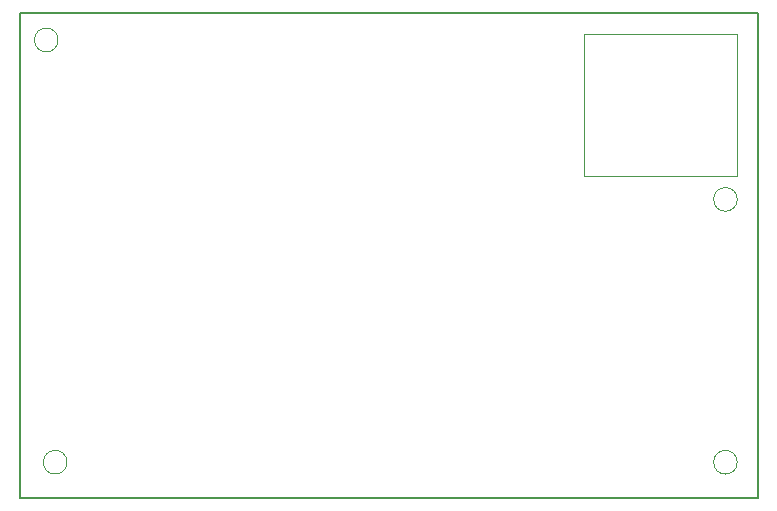
<source format=gbr>
%TF.GenerationSoftware,KiCad,Pcbnew,(5.1.9-0-10_14)*%
%TF.CreationDate,2021-07-01T16:44:21-07:00*%
%TF.ProjectId,vantroller_v5_switch,76616e74-726f-46c6-9c65-725f76355f73,rev?*%
%TF.SameCoordinates,Original*%
%TF.FileFunction,Profile,NP*%
%FSLAX46Y46*%
G04 Gerber Fmt 4.6, Leading zero omitted, Abs format (unit mm)*
G04 Created by KiCad (PCBNEW (5.1.9-0-10_14)) date 2021-07-01 16:44:21*
%MOMM*%
%LPD*%
G01*
G04 APERTURE LIST*
%TA.AperFunction,Profile*%
%ADD10C,0.050000*%
%TD*%
%TA.AperFunction,Profile*%
%ADD11C,0.200000*%
%TD*%
G04 APERTURE END LIST*
D10*
X80250000Y-114750000D02*
G75*
G03*
X80250000Y-114750000I-1000000J0D01*
G01*
X22750000Y-101250000D02*
G75*
G03*
X22750000Y-101250000I-1000000J0D01*
G01*
X23500000Y-137000000D02*
G75*
G03*
X23500000Y-137000000I-1000000J0D01*
G01*
X80250000Y-137000000D02*
G75*
G03*
X80250000Y-137000000I-1000000J0D01*
G01*
X80250000Y-100750000D02*
X67250000Y-100750000D01*
X80250000Y-112750000D02*
X80250000Y-100750000D01*
X67250000Y-112750000D02*
X80250000Y-112750000D01*
X67250000Y-100750000D02*
X67250000Y-112750000D01*
D11*
X19500000Y-140000000D02*
X19500000Y-99000000D01*
X82000000Y-140000000D02*
X19500000Y-140000000D01*
X82000000Y-99000000D02*
X82000000Y-140000000D01*
X19500000Y-99000000D02*
X82000000Y-99000000D01*
M02*

</source>
